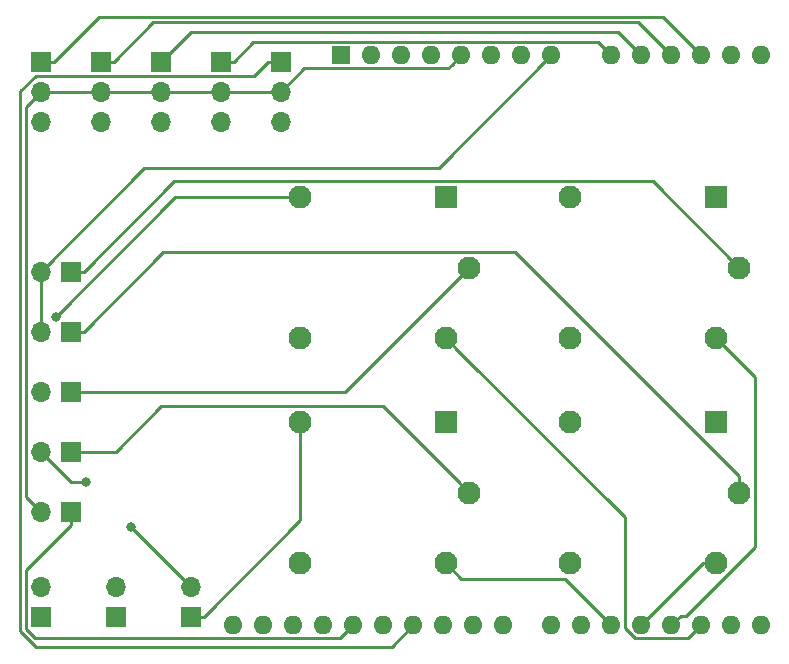
<source format=gbr>
G04 #@! TF.GenerationSoftware,KiCad,Pcbnew,(5.1.2)-1*
G04 #@! TF.CreationDate,2020-05-26T19:14:15-07:00*
G04 #@! TF.ProjectId,MushAuto_UnoShield,4d757368-4175-4746-9f5f-556e6f536869,rev?*
G04 #@! TF.SameCoordinates,Original*
G04 #@! TF.FileFunction,Copper,L1,Top*
G04 #@! TF.FilePolarity,Positive*
%FSLAX46Y46*%
G04 Gerber Fmt 4.6, Leading zero omitted, Abs format (unit mm)*
G04 Created by KiCad (PCBNEW (5.1.2)-1) date 2020-05-26 19:14:15*
%MOMM*%
%LPD*%
G04 APERTURE LIST*
%ADD10O,1.600000X1.600000*%
%ADD11R,1.600000X1.600000*%
%ADD12C,1.950000*%
%ADD13R,1.950000X1.950000*%
%ADD14O,1.700000X1.700000*%
%ADD15R,1.700000X1.700000*%
%ADD16C,0.800000*%
%ADD17C,0.250000*%
G04 APERTURE END LIST*
D10*
X115380000Y-118820000D03*
X117920000Y-118820000D03*
D11*
X124520000Y-70560000D03*
D10*
X155000000Y-118820000D03*
X127060000Y-70560000D03*
X152460000Y-118820000D03*
X129600000Y-70560000D03*
X149920000Y-118820000D03*
X132140000Y-70560000D03*
X147380000Y-118820000D03*
X134680000Y-70560000D03*
X144840000Y-118820000D03*
X137220000Y-70560000D03*
X142300000Y-118820000D03*
X139760000Y-70560000D03*
X138240000Y-118820000D03*
X142300000Y-70560000D03*
X135700000Y-118820000D03*
X147380000Y-70560000D03*
X133160000Y-118820000D03*
X149920000Y-70560000D03*
X130620000Y-118820000D03*
X152460000Y-70560000D03*
X128080000Y-118820000D03*
X155000000Y-70560000D03*
X125540000Y-118820000D03*
X157540000Y-70560000D03*
X123000000Y-118820000D03*
X160080000Y-70560000D03*
X120460000Y-118820000D03*
X160080000Y-118820000D03*
X157540000Y-118820000D03*
D12*
X158210000Y-107600000D03*
X156210000Y-113600000D03*
X143910000Y-113600000D03*
X143910000Y-101600000D03*
D13*
X156210000Y-101600000D03*
D12*
X158210000Y-88550000D03*
X156210000Y-94550000D03*
X143910000Y-94550000D03*
X143910000Y-82550000D03*
D13*
X156210000Y-82550000D03*
D14*
X99060000Y-109220000D03*
D15*
X101600000Y-109220000D03*
D14*
X119380000Y-76200000D03*
X119380000Y-73660000D03*
D15*
X119380000Y-71120000D03*
D12*
X135350000Y-88550000D03*
X133350000Y-94550000D03*
X121050000Y-94550000D03*
X121050000Y-82550000D03*
D13*
X133350000Y-82550000D03*
D12*
X135350000Y-107600000D03*
X133350000Y-113600000D03*
X121050000Y-113600000D03*
X121050000Y-101600000D03*
D13*
X133350000Y-101600000D03*
D15*
X111760000Y-118110000D03*
D14*
X111760000Y-115570000D03*
X99060000Y-76200000D03*
X99060000Y-73660000D03*
D15*
X99060000Y-71120000D03*
D14*
X104140000Y-76200000D03*
X104140000Y-73660000D03*
D15*
X104140000Y-71120000D03*
D14*
X109220000Y-76200000D03*
X109220000Y-73660000D03*
D15*
X109220000Y-71120000D03*
D14*
X114300000Y-76200000D03*
X114300000Y-73660000D03*
D15*
X114300000Y-71120000D03*
D14*
X99060000Y-88900000D03*
D15*
X101600000Y-88900000D03*
D14*
X99060000Y-99060000D03*
D15*
X101600000Y-99060000D03*
D14*
X99060000Y-104140000D03*
D15*
X101600000Y-104140000D03*
D14*
X99060000Y-93980000D03*
D15*
X101600000Y-93980000D03*
D14*
X99060000Y-115570000D03*
D15*
X99060000Y-118110000D03*
X105410000Y-118110000D03*
D14*
X105410000Y-115570000D03*
D16*
X100325735Y-92705735D03*
X102870000Y-106680000D03*
X106680000Y-110490000D03*
D17*
X142300000Y-70560000D02*
X132755001Y-80104999D01*
X107855001Y-80104999D02*
X99060000Y-88900000D01*
X132755001Y-80104999D02*
X107855001Y-80104999D01*
X99060000Y-88900000D02*
X99060000Y-93980000D01*
X121050000Y-82550000D02*
X110481470Y-82550000D01*
X110481470Y-82550000D02*
X100325735Y-92705735D01*
X125540000Y-118820000D02*
X124414999Y-119945001D01*
X103574999Y-119945001D02*
X103435001Y-119945001D01*
X124414999Y-119945001D02*
X103574999Y-119945001D01*
X98609999Y-119945001D02*
X103574999Y-119945001D01*
X97790000Y-119125002D02*
X98609999Y-119945001D01*
X97790000Y-114130000D02*
X97790000Y-119125002D01*
X101600000Y-109220000D02*
X101600000Y-110320000D01*
X101600000Y-110320000D02*
X97790000Y-114130000D01*
X100160000Y-71120000D02*
X99060000Y-71120000D01*
X103970000Y-67310000D02*
X100160000Y-71120000D01*
X151750000Y-67310000D02*
X103970000Y-67310000D01*
X155000000Y-70560000D02*
X151750000Y-67310000D01*
X105240000Y-71120000D02*
X108599990Y-67760010D01*
X104140000Y-71120000D02*
X105240000Y-71120000D01*
X149660010Y-67760010D02*
X152460000Y-70560000D01*
X108599990Y-67760010D02*
X149660010Y-67760010D01*
X118280000Y-71120000D02*
X119380000Y-71120000D01*
X117104999Y-72295001D02*
X118280000Y-71120000D01*
X98685997Y-72295001D02*
X117104999Y-72295001D01*
X97339990Y-73641008D02*
X98685997Y-72295001D01*
X130620000Y-118820000D02*
X128790000Y-120650000D01*
X97339990Y-119311402D02*
X97339990Y-73641008D01*
X98678588Y-120650000D02*
X97339990Y-119311402D01*
X128790000Y-120650000D02*
X98678588Y-120650000D01*
X109220000Y-71120000D02*
X111760000Y-68580000D01*
X147940000Y-68580000D02*
X149920000Y-70560000D01*
X111760000Y-68580000D02*
X147940000Y-68580000D01*
X115400000Y-71120000D02*
X114300000Y-71120000D01*
X117085001Y-69434999D02*
X115400000Y-71120000D01*
X146254999Y-69434999D02*
X117085001Y-69434999D01*
X147380000Y-70560000D02*
X146254999Y-69434999D01*
X99060000Y-73660000D02*
X104140000Y-73660000D01*
X104140000Y-73660000D02*
X109220000Y-73660000D01*
X109220000Y-73660000D02*
X114300000Y-73660000D01*
X114300000Y-73660000D02*
X119380000Y-73660000D01*
X133880001Y-71359999D02*
X134680000Y-70560000D01*
X133554999Y-71685001D02*
X133880001Y-71359999D01*
X121354999Y-71685001D02*
X133554999Y-71685001D01*
X119380000Y-73660000D02*
X121354999Y-71685001D01*
X98210001Y-74509999D02*
X99060000Y-73660000D01*
X97790000Y-74930000D02*
X98210001Y-74509999D01*
X99060000Y-109220000D02*
X97790000Y-107950000D01*
X97790000Y-107950000D02*
X97790000Y-74930000D01*
X146580001Y-118020001D02*
X147380000Y-118820000D01*
X143460001Y-114900001D02*
X146580001Y-118020001D01*
X134650001Y-114900001D02*
X143460001Y-114900001D01*
X133350000Y-113600000D02*
X134650001Y-114900001D01*
X155140000Y-113600000D02*
X156210000Y-113600000D01*
X149920000Y-118820000D02*
X155140000Y-113600000D01*
X153259999Y-118020001D02*
X152460000Y-118820000D01*
X153714001Y-118020001D02*
X153259999Y-118020001D01*
X159510001Y-112224001D02*
X153714001Y-118020001D01*
X159510001Y-97850001D02*
X159510001Y-112224001D01*
X156210000Y-94550000D02*
X159510001Y-97850001D01*
X134324999Y-95524999D02*
X133350000Y-94550000D01*
X148505001Y-109705001D02*
X134324999Y-95524999D01*
X148505001Y-119070003D02*
X148505001Y-109705001D01*
X149379999Y-119945001D02*
X148505001Y-119070003D01*
X153874999Y-119945001D02*
X149379999Y-119945001D01*
X155000000Y-118820000D02*
X153874999Y-119945001D01*
X158210000Y-106221142D02*
X158210000Y-107600000D01*
X139238857Y-87249999D02*
X158210000Y-106221142D01*
X109430001Y-87249999D02*
X139238857Y-87249999D01*
X102700000Y-93980000D02*
X109430001Y-87249999D01*
X101600000Y-93980000D02*
X102700000Y-93980000D01*
X102870000Y-106680000D02*
X101600000Y-106680000D01*
X101600000Y-106680000D02*
X99060000Y-104140000D01*
X111760000Y-115570000D02*
X106680000Y-110490000D01*
X134375001Y-106625001D02*
X135350000Y-107600000D01*
X128049999Y-100299999D02*
X134375001Y-106625001D01*
X109250001Y-100299999D02*
X128049999Y-100299999D01*
X105410000Y-104140000D02*
X109250001Y-100299999D01*
X101600000Y-104140000D02*
X105410000Y-104140000D01*
X124840000Y-99060000D02*
X135350000Y-88550000D01*
X101600000Y-99060000D02*
X124840000Y-99060000D01*
X158210000Y-88550000D02*
X150909999Y-81249999D01*
X102700000Y-88900000D02*
X101600000Y-88900000D01*
X110350001Y-81249999D02*
X102700000Y-88900000D01*
X150909999Y-81249999D02*
X110350001Y-81249999D01*
X121050000Y-102978858D02*
X121050000Y-101600000D01*
X121050000Y-109920000D02*
X121050000Y-102978858D01*
X112860000Y-118110000D02*
X121050000Y-109920000D01*
X111760000Y-118110000D02*
X112860000Y-118110000D01*
M02*

</source>
